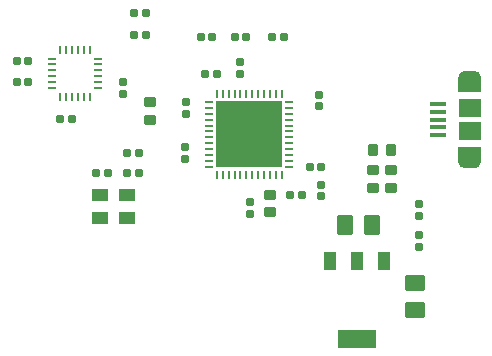
<source format=gbr>
%TF.GenerationSoftware,Altium Limited,Altium Designer,24.1.2 (44)*%
G04 Layer_Color=8421504*
%FSLAX45Y45*%
%MOMM*%
%TF.SameCoordinates,9F746DA8-F38A-4014-887F-1EC8760E2830*%
%TF.FilePolarity,Positive*%
%TF.FileFunction,Paste,Top*%
%TF.Part,Single*%
G01*
G75*
%TA.AperFunction,NonConductor*%
%ADD10C,0.50000*%
%TA.AperFunction,SMDPad,CuDef*%
%ADD11R,5.60000X5.60000*%
%ADD12O,0.25000X0.80000*%
%ADD13O,0.80000X0.25000*%
%ADD14R,0.79000X0.28000*%
%ADD15R,0.28000X0.79000*%
%ADD16R,3.18213X1.50000*%
%ADD17R,1.00000X1.50000*%
G04:AMPARAMS|DCode=18|XSize=0.6mm|YSize=0.7mm|CornerRadius=0.075mm|HoleSize=0mm|Usage=FLASHONLY|Rotation=90.000|XOffset=0mm|YOffset=0mm|HoleType=Round|Shape=RoundedRectangle|*
%AMROUNDEDRECTD18*
21,1,0.60000,0.55000,0,0,90.0*
21,1,0.45000,0.70000,0,0,90.0*
1,1,0.15000,0.27500,0.22500*
1,1,0.15000,0.27500,-0.22500*
1,1,0.15000,-0.27500,-0.22500*
1,1,0.15000,-0.27500,0.22500*
%
%ADD18ROUNDEDRECTD18*%
G04:AMPARAMS|DCode=20|XSize=0.6mm|YSize=0.7mm|CornerRadius=0.075mm|HoleSize=0mm|Usage=FLASHONLY|Rotation=180.000|XOffset=0mm|YOffset=0mm|HoleType=Round|Shape=RoundedRectangle|*
%AMROUNDEDRECTD20*
21,1,0.60000,0.55000,0,0,180.0*
21,1,0.45000,0.70000,0,0,180.0*
1,1,0.15000,-0.22500,0.27500*
1,1,0.15000,0.22500,0.27500*
1,1,0.15000,0.22500,-0.27500*
1,1,0.15000,-0.22500,-0.27500*
%
%ADD20ROUNDEDRECTD20*%
G04:AMPARAMS|DCode=21|XSize=1.3mm|YSize=1.1mm|CornerRadius=0.055mm|HoleSize=0mm|Usage=FLASHONLY|Rotation=0.000|XOffset=0mm|YOffset=0mm|HoleType=Round|Shape=RoundedRectangle|*
%AMROUNDEDRECTD21*
21,1,1.30000,0.99000,0,0,0.0*
21,1,1.19000,1.10000,0,0,0.0*
1,1,0.11000,0.59500,-0.49500*
1,1,0.11000,-0.59500,-0.49500*
1,1,0.11000,-0.59500,0.49500*
1,1,0.11000,0.59500,0.49500*
%
%ADD21ROUNDEDRECTD21*%
%TA.AperFunction,ConnectorPad*%
%ADD22R,1.90000X1.50000*%
%ADD23R,1.35000X0.40000*%
%TA.AperFunction,SMDPad,CuDef*%
G04:AMPARAMS|DCode=24|XSize=0.8mm|YSize=1mm|CornerRadius=0.1mm|HoleSize=0mm|Usage=FLASHONLY|Rotation=180.000|XOffset=0mm|YOffset=0mm|HoleType=Round|Shape=RoundedRectangle|*
%AMROUNDEDRECTD24*
21,1,0.80000,0.80000,0,0,180.0*
21,1,0.60000,1.00000,0,0,180.0*
1,1,0.20000,-0.30000,0.40000*
1,1,0.20000,0.30000,0.40000*
1,1,0.20000,0.30000,-0.40000*
1,1,0.20000,-0.30000,-0.40000*
%
%ADD24ROUNDEDRECTD24*%
G04:AMPARAMS|DCode=25|XSize=0.8mm|YSize=1mm|CornerRadius=0.1mm|HoleSize=0mm|Usage=FLASHONLY|Rotation=90.000|XOffset=0mm|YOffset=0mm|HoleType=Round|Shape=RoundedRectangle|*
%AMROUNDEDRECTD25*
21,1,0.80000,0.80000,0,0,90.0*
21,1,0.60000,1.00000,0,0,90.0*
1,1,0.20000,0.40000,0.30000*
1,1,0.20000,0.40000,-0.30000*
1,1,0.20000,-0.40000,-0.30000*
1,1,0.20000,-0.40000,0.30000*
%
%ADD25ROUNDEDRECTD25*%
G04:AMPARAMS|DCode=26|XSize=1.4mm|YSize=1.7mm|CornerRadius=0.175mm|HoleSize=0mm|Usage=FLASHONLY|Rotation=270.000|XOffset=0mm|YOffset=0mm|HoleType=Round|Shape=RoundedRectangle|*
%AMROUNDEDRECTD26*
21,1,1.40000,1.35000,0,0,270.0*
21,1,1.05000,1.70000,0,0,270.0*
1,1,0.35000,-0.67500,-0.52500*
1,1,0.35000,-0.67500,0.52500*
1,1,0.35000,0.67500,0.52500*
1,1,0.35000,0.67500,-0.52500*
%
%ADD26ROUNDEDRECTD26*%
G04:AMPARAMS|DCode=27|XSize=1.4mm|YSize=1.7mm|CornerRadius=0.175mm|HoleSize=0mm|Usage=FLASHONLY|Rotation=180.000|XOffset=0mm|YOffset=0mm|HoleType=Round|Shape=RoundedRectangle|*
%AMROUNDEDRECTD27*
21,1,1.40000,1.35000,0,0,180.0*
21,1,1.05000,1.70000,0,0,180.0*
1,1,0.35000,-0.52500,0.67500*
1,1,0.35000,0.52500,0.67500*
1,1,0.35000,0.52500,-0.67500*
1,1,0.35000,-0.52500,-0.67500*
%
%ADD27ROUNDEDRECTD27*%
G36*
X10975000Y9040000D02*
X10785000D01*
Y9170000D01*
X10975000D01*
Y9040000D01*
D02*
G37*
G36*
X10925003Y8990002D02*
X10835000Y8990000D01*
Y9039999D01*
X10925003D01*
Y8990002D01*
D02*
G37*
G36*
X10925000Y9760001D02*
X10834997D01*
Y9809998D01*
X10925000Y9810000D01*
Y9760001D01*
D02*
G37*
G36*
X10975000Y9630000D02*
X10785000D01*
Y9760000D01*
X10975000D01*
Y9630000D01*
D02*
G37*
D10*
X10860000Y9760000D02*
G03*
X10860000Y9760000I-25000J0D01*
G01*
X10950000D02*
G03*
X10950000Y9760000I-25000J0D01*
G01*
X10860000Y9040000D02*
G03*
X10860000Y9040000I-25000J0D01*
G01*
X10950000D02*
G03*
X10950000Y9040000I-25000J0D01*
G01*
D11*
X9015000Y9275000D02*
D03*
D12*
X8740000Y9615000D02*
D03*
X8790000D02*
D03*
X8840000D02*
D03*
X8890000D02*
D03*
X8940000D02*
D03*
X8990000D02*
D03*
X9040000D02*
D03*
X9090000D02*
D03*
X9140000D02*
D03*
X9190000D02*
D03*
X9240000D02*
D03*
X9290000D02*
D03*
Y8935000D02*
D03*
X9240000D02*
D03*
X9190000D02*
D03*
X9140000D02*
D03*
X9090000D02*
D03*
X9040000D02*
D03*
X8990000D02*
D03*
X8940000D02*
D03*
X8890000D02*
D03*
X8840000D02*
D03*
X8790000D02*
D03*
X8740000D02*
D03*
D13*
X9355000Y9550000D02*
D03*
Y9500000D02*
D03*
Y9450000D02*
D03*
Y9400000D02*
D03*
Y9350000D02*
D03*
Y9300000D02*
D03*
Y9250000D02*
D03*
Y9200000D02*
D03*
Y9150000D02*
D03*
Y9100000D02*
D03*
Y9050000D02*
D03*
Y9000000D02*
D03*
X8675000D02*
D03*
Y9050000D02*
D03*
Y9100000D02*
D03*
Y9150000D02*
D03*
Y9200000D02*
D03*
Y9250000D02*
D03*
Y9300000D02*
D03*
Y9350000D02*
D03*
Y9400000D02*
D03*
Y9450000D02*
D03*
Y9500000D02*
D03*
Y9550000D02*
D03*
D14*
X7737000Y9917000D02*
D03*
Y9867000D02*
D03*
Y9817000D02*
D03*
Y9767000D02*
D03*
Y9717000D02*
D03*
Y9667000D02*
D03*
X7343000D02*
D03*
Y9717000D02*
D03*
Y9767000D02*
D03*
Y9817000D02*
D03*
Y9867000D02*
D03*
Y9917000D02*
D03*
D15*
X7665000Y9595000D02*
D03*
X7615000D02*
D03*
X7565000D02*
D03*
X7515000D02*
D03*
X7465000D02*
D03*
X7415000D02*
D03*
Y9989000D02*
D03*
X7465000D02*
D03*
X7515000D02*
D03*
X7565000D02*
D03*
X7615000D02*
D03*
X7665000D02*
D03*
D16*
X9925000Y7545500D02*
D03*
D17*
X9696000Y8204500D02*
D03*
X9925000D02*
D03*
X10154000D02*
D03*
D18*
X7945000Y9715000D02*
D03*
Y9615000D02*
D03*
X9020000Y8700000D02*
D03*
Y8600000D02*
D03*
X9625000Y8750000D02*
D03*
Y8850000D02*
D03*
X8940000Y9885000D02*
D03*
Y9785000D02*
D03*
X10450000Y8685000D02*
D03*
Y8585000D02*
D03*
Y8425000D02*
D03*
Y8325000D02*
D03*
X9607500Y9612500D02*
D03*
Y9512500D02*
D03*
X8472500Y9065000D02*
D03*
Y9165000D02*
D03*
X8475000Y9550000D02*
D03*
Y9450000D02*
D03*
D20*
X8702500Y10100000D02*
D03*
X8602500D02*
D03*
X7980000Y9120000D02*
D03*
X8080000D02*
D03*
X8990000Y10100000D02*
D03*
X8890000D02*
D03*
X9207500Y10102500D02*
D03*
X9307500D02*
D03*
X8040000Y10120000D02*
D03*
X8140000D02*
D03*
X9525000Y9000000D02*
D03*
X9625000D02*
D03*
X8080000Y8950000D02*
D03*
X7980000D02*
D03*
X7720000D02*
D03*
X7820000D02*
D03*
X7145000Y9715000D02*
D03*
X7045000D02*
D03*
X8140000Y10300000D02*
D03*
X8040000D02*
D03*
X8740000Y9790000D02*
D03*
X8640000D02*
D03*
X9460000Y8760000D02*
D03*
X9360000D02*
D03*
X7145000Y9895000D02*
D03*
X7045000D02*
D03*
X7415000Y9405000D02*
D03*
X7515000D02*
D03*
D21*
X7750000Y8760000D02*
D03*
Y8570000D02*
D03*
X7980000Y8760000D02*
D03*
Y8570000D02*
D03*
D22*
X10880000Y9500000D02*
D03*
Y9300000D02*
D03*
D23*
X10610000Y9530000D02*
D03*
Y9465000D02*
D03*
Y9400000D02*
D03*
Y9335000D02*
D03*
Y9270000D02*
D03*
D24*
X10215000Y9145000D02*
D03*
X10065000D02*
D03*
D25*
X9190000Y8765000D02*
D03*
Y8615000D02*
D03*
X8175000Y9550000D02*
D03*
Y9400000D02*
D03*
X10062500Y8972500D02*
D03*
Y8822500D02*
D03*
X10217500Y8975000D02*
D03*
Y8825000D02*
D03*
D26*
X10420000Y7790700D02*
D03*
Y8019300D02*
D03*
D27*
X9825700Y8510000D02*
D03*
X10054300D02*
D03*
%TF.MD5,4c451d4aa639faf0dc02b1bf8eae8859*%
M02*

</source>
